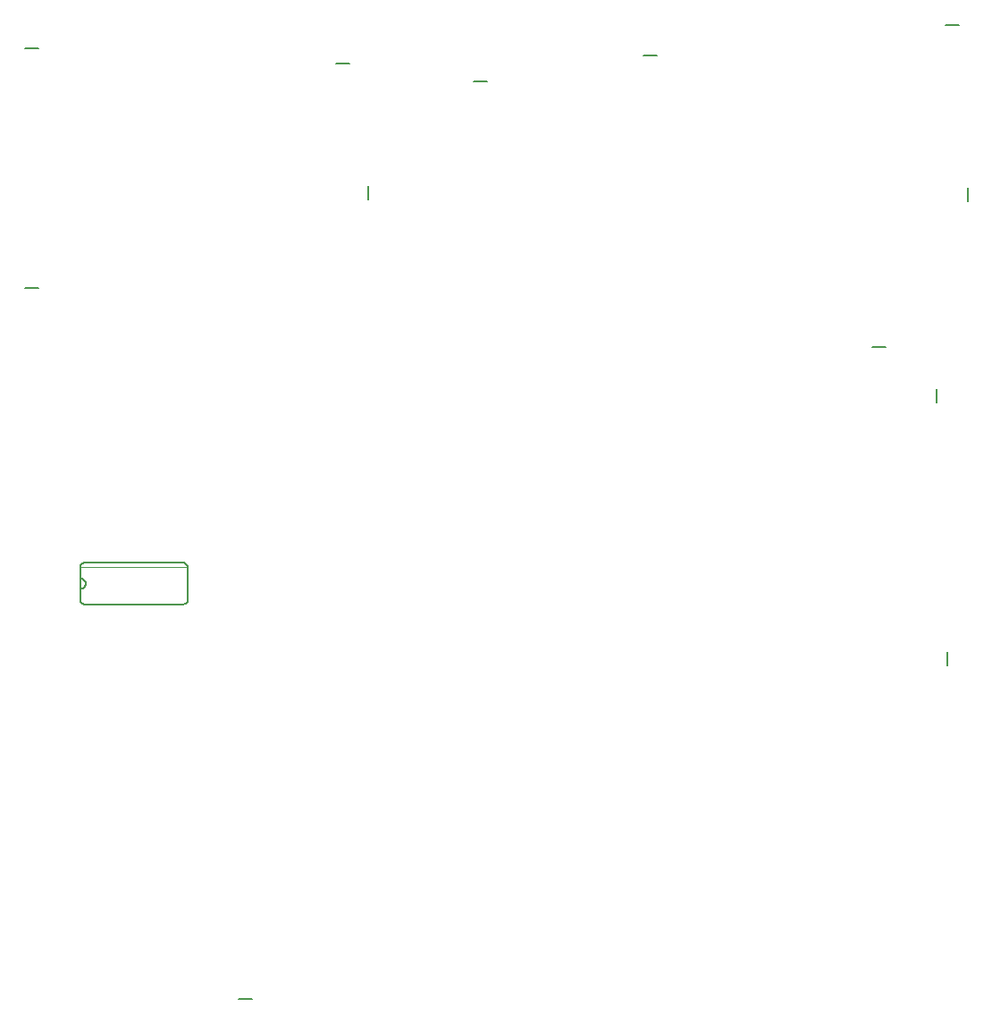
<source format=gbo>
G75*
%MOIN*%
%OFA0B0*%
%FSLAX25Y25*%
%IPPOS*%
%LPD*%
%AMOC8*
5,1,8,0,0,1.08239X$1,22.5*
%
%ADD10C,0.00800*%
%ADD11C,0.00600*%
%ADD12C,0.00200*%
D10*
X0113618Y0022880D02*
X0118618Y0022880D01*
X0350154Y0265841D02*
X0355154Y0265841D01*
X0373858Y0250089D02*
X0373858Y0245089D01*
X0385622Y0320049D02*
X0385622Y0325049D01*
X0382398Y0385596D02*
X0377398Y0385596D01*
X0269799Y0374463D02*
X0264799Y0374463D01*
X0206217Y0364620D02*
X0201217Y0364620D01*
X0162000Y0325837D02*
X0162000Y0320837D01*
X0155154Y0371234D02*
X0150154Y0371234D01*
X0038894Y0377219D02*
X0033894Y0377219D01*
X0033894Y0287848D02*
X0038894Y0287848D01*
X0378142Y0152215D02*
X0378142Y0147215D01*
D11*
X0094622Y0171389D02*
X0094622Y0183789D01*
X0094620Y0183865D01*
X0094614Y0183941D01*
X0094605Y0184016D01*
X0094591Y0184091D01*
X0094574Y0184165D01*
X0094553Y0184238D01*
X0094529Y0184310D01*
X0094500Y0184381D01*
X0094469Y0184450D01*
X0094434Y0184517D01*
X0094395Y0184582D01*
X0094353Y0184646D01*
X0094308Y0184707D01*
X0094260Y0184766D01*
X0094209Y0184822D01*
X0094155Y0184876D01*
X0094099Y0184927D01*
X0094040Y0184975D01*
X0093979Y0185020D01*
X0093915Y0185062D01*
X0093850Y0185101D01*
X0093783Y0185136D01*
X0093714Y0185167D01*
X0093643Y0185196D01*
X0093571Y0185220D01*
X0093498Y0185241D01*
X0093424Y0185258D01*
X0093349Y0185272D01*
X0093274Y0185281D01*
X0093198Y0185287D01*
X0093122Y0185289D01*
X0056122Y0185289D01*
X0056046Y0185287D01*
X0055970Y0185281D01*
X0055895Y0185272D01*
X0055820Y0185258D01*
X0055746Y0185241D01*
X0055673Y0185220D01*
X0055601Y0185196D01*
X0055530Y0185167D01*
X0055461Y0185136D01*
X0055394Y0185101D01*
X0055329Y0185062D01*
X0055265Y0185020D01*
X0055204Y0184975D01*
X0055145Y0184927D01*
X0055089Y0184876D01*
X0055035Y0184822D01*
X0054984Y0184766D01*
X0054936Y0184707D01*
X0054891Y0184646D01*
X0054849Y0184582D01*
X0054810Y0184517D01*
X0054775Y0184450D01*
X0054744Y0184381D01*
X0054715Y0184310D01*
X0054691Y0184238D01*
X0054670Y0184165D01*
X0054653Y0184091D01*
X0054639Y0184016D01*
X0054630Y0183941D01*
X0054624Y0183865D01*
X0054622Y0183789D01*
X0054622Y0171389D01*
X0054624Y0171313D01*
X0054630Y0171237D01*
X0054639Y0171162D01*
X0054653Y0171087D01*
X0054670Y0171013D01*
X0054691Y0170940D01*
X0054715Y0170868D01*
X0054744Y0170797D01*
X0054775Y0170728D01*
X0054810Y0170661D01*
X0054849Y0170596D01*
X0054891Y0170532D01*
X0054936Y0170471D01*
X0054984Y0170412D01*
X0055035Y0170356D01*
X0055089Y0170302D01*
X0055145Y0170251D01*
X0055204Y0170203D01*
X0055265Y0170158D01*
X0055329Y0170116D01*
X0055394Y0170077D01*
X0055461Y0170042D01*
X0055530Y0170011D01*
X0055601Y0169982D01*
X0055673Y0169958D01*
X0055746Y0169937D01*
X0055820Y0169920D01*
X0055895Y0169906D01*
X0055970Y0169897D01*
X0056046Y0169891D01*
X0056122Y0169889D01*
X0093122Y0169889D01*
X0093198Y0169891D01*
X0093274Y0169897D01*
X0093349Y0169906D01*
X0093424Y0169920D01*
X0093498Y0169937D01*
X0093571Y0169958D01*
X0093643Y0169982D01*
X0093714Y0170011D01*
X0093783Y0170042D01*
X0093850Y0170077D01*
X0093915Y0170116D01*
X0093979Y0170158D01*
X0094040Y0170203D01*
X0094099Y0170251D01*
X0094155Y0170302D01*
X0094209Y0170356D01*
X0094260Y0170412D01*
X0094308Y0170471D01*
X0094353Y0170532D01*
X0094395Y0170596D01*
X0094434Y0170661D01*
X0094469Y0170728D01*
X0094500Y0170797D01*
X0094529Y0170868D01*
X0094553Y0170940D01*
X0094574Y0171013D01*
X0094591Y0171087D01*
X0094605Y0171162D01*
X0094614Y0171237D01*
X0094620Y0171313D01*
X0094622Y0171389D01*
X0054622Y0175589D02*
X0054710Y0175591D01*
X0054799Y0175597D01*
X0054887Y0175607D01*
X0054974Y0175620D01*
X0055061Y0175638D01*
X0055147Y0175659D01*
X0055232Y0175684D01*
X0055315Y0175713D01*
X0055398Y0175746D01*
X0055478Y0175782D01*
X0055557Y0175821D01*
X0055635Y0175864D01*
X0055710Y0175911D01*
X0055783Y0175961D01*
X0055854Y0176014D01*
X0055923Y0176070D01*
X0055989Y0176129D01*
X0056052Y0176191D01*
X0056112Y0176255D01*
X0056170Y0176322D01*
X0056224Y0176392D01*
X0056276Y0176464D01*
X0056324Y0176538D01*
X0056369Y0176615D01*
X0056410Y0176693D01*
X0056448Y0176773D01*
X0056482Y0176854D01*
X0056513Y0176937D01*
X0056540Y0177022D01*
X0056563Y0177107D01*
X0056582Y0177193D01*
X0056598Y0177281D01*
X0056610Y0177368D01*
X0056618Y0177456D01*
X0056622Y0177545D01*
X0056622Y0177633D01*
X0056618Y0177722D01*
X0056610Y0177810D01*
X0056598Y0177897D01*
X0056582Y0177985D01*
X0056563Y0178071D01*
X0056540Y0178156D01*
X0056513Y0178241D01*
X0056482Y0178324D01*
X0056448Y0178405D01*
X0056410Y0178485D01*
X0056369Y0178563D01*
X0056324Y0178640D01*
X0056276Y0178714D01*
X0056224Y0178786D01*
X0056170Y0178856D01*
X0056112Y0178923D01*
X0056052Y0178987D01*
X0055989Y0179049D01*
X0055923Y0179108D01*
X0055854Y0179164D01*
X0055783Y0179217D01*
X0055710Y0179267D01*
X0055635Y0179314D01*
X0055557Y0179357D01*
X0055478Y0179396D01*
X0055398Y0179432D01*
X0055315Y0179465D01*
X0055232Y0179494D01*
X0055147Y0179519D01*
X0055061Y0179540D01*
X0054974Y0179558D01*
X0054887Y0179571D01*
X0054799Y0179581D01*
X0054710Y0179587D01*
X0054622Y0179589D01*
D12*
X0054622Y0183889D02*
X0094622Y0183889D01*
M02*

</source>
